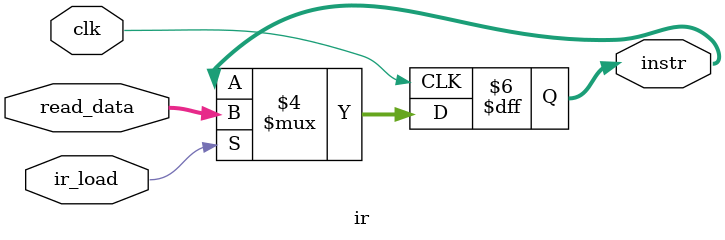
<source format=v>

`timescale 1ns/100ps

module ir (clk, ir_load, read_data, instr);

  /*
   *  INSTRUCTION REGISTER - ir.v
   *
   *  Inputs:
   *   - clk: System clock; positive edge active
   *   - ir_load: if ir_load is = 1, the IR is loaded with read_data
   *   - read_data (32 bits): the 32 bit instruction from instruction memory
   *
   *  Outputs:
   *   - instr (32 bits): the 32 bit saved instruction
   *
   */
  
  input         clk;
  input         ir_load;
  input  [31:0] read_data;
  output [31:0] instr;

  wire          clk;
  wire          ir_load;
  wire   [31:0] read_data;
  reg    [31:0] instr;
 
  // instruction register
  
  initial
    instr <= 32'h00000000;

  always @(posedge clk)
    if (ir_load == 1'b1)
      instr <= read_data;
  

endmodule
</source>
